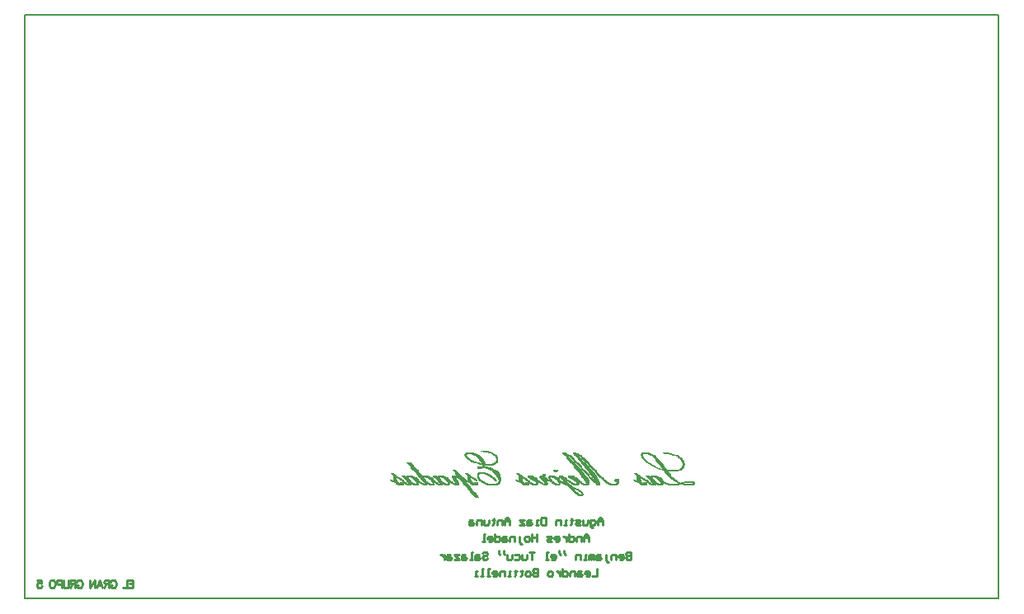
<source format=gbo>
G04 Layer_Color=32896*
%FSLAX44Y44*%
%MOMM*%
G71*
G01*
G75*
%ADD46C,0.1270*%
%ADD102C,0.0762*%
%ADD103C,0.2286*%
D46*
X0Y0D02*
X1000000D01*
Y600000D01*
X0D02*
X1000000D01*
X0Y0D02*
Y600000D01*
D102*
X467990Y151908D02*
X475610D01*
X470276Y151146D02*
X477896D01*
X654680Y150384D02*
X660776D01*
X633344D02*
X640964D01*
X562478D02*
X565526D01*
X551810D02*
X554858D01*
X475610D02*
X480182D01*
X452750D02*
X460370D01*
X656204Y149622D02*
X663824D01*
X633344D02*
X642488D01*
X562478D02*
X567812D01*
X551810D02*
X556382D01*
X478658D02*
X480944D01*
X451988D02*
X462656D01*
X661538Y148860D02*
X666110D01*
X640202D02*
X644012D01*
X632582D02*
X634106D01*
X563240D02*
X568574D01*
X552572D02*
X557906D01*
X480182D02*
X482468D01*
X458846D02*
X464180D01*
X451226D02*
X453512D01*
X664586Y148098D02*
X668396D01*
X641726D02*
X644774D01*
X632582D02*
X634106D01*
X564002D02*
X570098D01*
X553334D02*
X558668D01*
X480944D02*
X483230D01*
X460370D02*
X464942D01*
X451226D02*
X452750D01*
X666872Y147336D02*
X669920D01*
X642488D02*
X646298D01*
X632582D02*
X634106D01*
X564764D02*
X570860D01*
X557144D02*
X560192D01*
X554096D02*
X556382D01*
X481706D02*
X483992D01*
X461894D02*
X466466D01*
X451226D02*
X452750D01*
X668396Y146574D02*
X671444D01*
X644012D02*
X647060D01*
X633344D02*
X634106D01*
X568574D02*
X571622D01*
X565526D02*
X567812D01*
X557906D02*
X560954D01*
X554858D02*
X557144D01*
X482468D02*
X483992D01*
X462656D02*
X467228D01*
X451988D02*
X453512D01*
X669920Y145812D02*
X672206D01*
X644774D02*
X647822D01*
X633344D02*
X634868D01*
X570098D02*
X572384D01*
X566288D02*
X568574D01*
X559430D02*
X561716D01*
X555620D02*
X557906D01*
X483230D02*
X484754D01*
X463418D02*
X467990D01*
X451988D02*
X453512D01*
X670682Y145050D02*
X673730D01*
X645536D02*
X648584D01*
X633344D02*
X634868D01*
X570860D02*
X573908D01*
X567050D02*
X569336D01*
X560192D02*
X562478D01*
X555620D02*
X558668D01*
X483230D02*
X484754D01*
X464180D02*
X468752D01*
X452750D02*
X455036D01*
X672206Y144288D02*
X674492D01*
X646298D02*
X649346D01*
X634106D02*
X635630D01*
X571622D02*
X574670D01*
X567812D02*
X570098D01*
X560954D02*
X563240D01*
X556382D02*
X559430D01*
X483992D02*
X484754D01*
X465704D02*
X469514D01*
X453512D02*
X455798D01*
X672968Y143526D02*
X674492D01*
X647060D02*
X650108D01*
X634868D02*
X636392D01*
X572384D02*
X575432D01*
X567812D02*
X570860D01*
X561716D02*
X564002D01*
X557144D02*
X560192D01*
X483992D02*
X484754D01*
X466466D02*
X470276D01*
X454274D02*
X457322D01*
X673730Y142764D02*
X675254D01*
X647822D02*
X650870D01*
X635630D02*
X637154D01*
X573146D02*
X576194D01*
X568574D02*
X571622D01*
X562478D02*
X564764D01*
X557906D02*
X560954D01*
X483992D02*
X484754D01*
X466466D02*
X470276D01*
X455798D02*
X458846D01*
X673730Y142002D02*
X676016D01*
X647822D02*
X651632D01*
X636392D02*
X637916D01*
X573908D02*
X576956D01*
X569336D02*
X572384D01*
X563240D02*
X565526D01*
X558668D02*
X561716D01*
X483230D02*
X484754D01*
X467228D02*
X471038D01*
X456560D02*
X460370D01*
X674492Y141240D02*
X676016D01*
X648584D02*
X652394D01*
X637154D02*
X638678D01*
X574670D02*
X577718D01*
X570098D02*
X573146D01*
X564002D02*
X566288D01*
X559430D02*
X562478D01*
X483230D02*
X484754D01*
X467990D02*
X471038D01*
X458084D02*
X462656D01*
X674492Y140478D02*
X676016D01*
X649346D02*
X652394D01*
X637916D02*
X640202D01*
X575432D02*
X578480D01*
X570860D02*
X573908D01*
X564764D02*
X567050D01*
X559430D02*
X563240D01*
X482468D02*
X484754D01*
X468752D02*
X471038D01*
X460370D02*
X464180D01*
X391790D02*
X395600D01*
X675254Y139716D02*
X676016D01*
X650108D02*
X653156D01*
X638678D02*
X640964D01*
X576194D02*
X578480D01*
X571622D02*
X574670D01*
X565526D02*
X567812D01*
X560192D02*
X564002D01*
X481706D02*
X483992D01*
X468752D02*
X471800D01*
X461894D02*
X466466D01*
X391790D02*
X396362D01*
X675254Y138954D02*
X676778D01*
X650108D02*
X653918D01*
X640202D02*
X642488D01*
X576956D02*
X579242D01*
X571622D02*
X575432D01*
X566288D02*
X568574D01*
X560954D02*
X564764D01*
X480182D02*
X483230D01*
X464180D02*
X471800D01*
X392552D02*
X397124D01*
X675254Y138192D02*
X676778D01*
X650870D02*
X654680D01*
X641726D02*
X643250D01*
X577718D02*
X580004D01*
X572384D02*
X576194D01*
X567050D02*
X569336D01*
X561716D02*
X565526D01*
X466466D02*
X482468D01*
X393314D02*
X397886D01*
X675254Y137430D02*
X676778D01*
X651632D02*
X655442D01*
X642488D02*
X644774D01*
X578480D02*
X580766D01*
X573146D02*
X576956D01*
X567812D02*
X570098D01*
X562478D02*
X566288D01*
X469514D02*
X480944D01*
X394076D02*
X398648D01*
X674492Y136668D02*
X676016D01*
X652394D02*
X656204D01*
X644012D02*
X646298D01*
X579242D02*
X581528D01*
X573908D02*
X577718D01*
X568574D02*
X570860D01*
X563240D02*
X567050D01*
X469514D02*
X471038D01*
X394838D02*
X398648D01*
X674492Y135906D02*
X676016D01*
X652394D02*
X656204D01*
X645536D02*
X647822D01*
X580004D02*
X582290D01*
X574670D02*
X578480D01*
X569336D02*
X570860D01*
X563240D02*
X567812D01*
X464942D02*
X474848D01*
X395600D02*
X399410D01*
X673730Y135144D02*
X676016D01*
X653156D02*
X656966D01*
X647060D02*
X649346D01*
X580766D02*
X583052D01*
X574670D02*
X579242D01*
X570098D02*
X571622D01*
X564002D02*
X568574D01*
X464942D02*
X477896D01*
X396362D02*
X400172D01*
X672968Y134382D02*
X675254D01*
X653918D02*
X657728D01*
X649346D02*
X651632D01*
X581528D02*
X583814D01*
X575432D02*
X580004D01*
X570860D02*
X572384D01*
X564764D02*
X569336D01*
X473324D02*
X479420D01*
X464942D02*
X468752D01*
X396362D02*
X400934D01*
X672206Y133620D02*
X674492D01*
X650870D02*
X658490D01*
X582290D02*
X584576D01*
X576194D02*
X580766D01*
X570860D02*
X573146D01*
X565526D02*
X570098D01*
X475610D02*
X480944D01*
X397124D02*
X401696D01*
X670682Y132858D02*
X673730D01*
X653918D02*
X659252D01*
X583052D02*
X585338D01*
X576956D02*
X580766D01*
X571622D02*
X573908D01*
X566288D02*
X570098D01*
X543428D02*
X545714D01*
X477134D02*
X482468D01*
X439034D02*
X441320D01*
X397886D02*
X402458D01*
X666110Y132096D02*
X672968D01*
X655442D02*
X665348D01*
X583814D02*
X586100D01*
X577718D02*
X581528D01*
X572384D02*
X574670D01*
X566288D02*
X570860D01*
X542666D02*
X546476D01*
X477896D02*
X483230D01*
X439034D02*
X442082D01*
X398648D02*
X403220D01*
X656204Y131334D02*
X670682D01*
X584576D02*
X586862D01*
X577718D02*
X582290D01*
X573146D02*
X575432D01*
X567050D02*
X571622D01*
X542666D02*
X546476D01*
X479420D02*
X484754D01*
X439796D02*
X442844D01*
X399410D02*
X403220D01*
X656966Y130572D02*
X660014D01*
X584576D02*
X586862D01*
X578480D02*
X583052D01*
X573908D02*
X576194D01*
X567812D02*
X572384D01*
X543428D02*
X545714D01*
X480182D02*
X485516D01*
X440558D02*
X443606D01*
X400172D02*
X403982D01*
X656966Y129810D02*
X660776D01*
X585338D02*
X587624D01*
X579242D02*
X583814D01*
X574670D02*
X576956D01*
X568574D02*
X573146D01*
X480944D02*
X486278D01*
X465704D02*
X472562D01*
X441320D02*
X444368D01*
X400934D02*
X404744D01*
X657728Y129048D02*
X661538D01*
X625724D02*
X628010D01*
X586100D02*
X588386D01*
X580004D02*
X584576D01*
X575432D02*
X577718D01*
X569336D02*
X573908D01*
X504566D02*
X506852D01*
X481706D02*
X486278D01*
X464942D02*
X474848D01*
X451988D02*
X454274D01*
X442082D02*
X445130D01*
X401696D02*
X405506D01*
X375788D02*
X378074D01*
X658490Y128286D02*
X662300D01*
X626486D02*
X628772D01*
X586862D02*
X589148D01*
X580004D02*
X584576D01*
X576194D02*
X578480D01*
X569336D02*
X573908D01*
X531236D02*
X534284D01*
X505328D02*
X507614D01*
X482468D02*
X487040D01*
X472562D02*
X476372D01*
X464180D02*
X466466D01*
X452750D02*
X455036D01*
X442082D02*
X445892D01*
X401696D02*
X406268D01*
X376550D02*
X378836D01*
X659252Y127524D02*
X662300D01*
X627248D02*
X630296D01*
X587624D02*
X589910D01*
X580766D02*
X585338D01*
X576956D02*
X578480D01*
X570098D02*
X574670D01*
X531236D02*
X534284D01*
X506090D02*
X509138D01*
X483230D02*
X487802D01*
X474086D02*
X477896D01*
X464180D02*
X465704D01*
X453512D02*
X456560D01*
X442844D02*
X446654D01*
X402458D02*
X407030D01*
X377312D02*
X380360D01*
X660014Y126762D02*
X663062D01*
X642488D02*
X648584D01*
X637154D02*
X640964D01*
X628010D02*
X631058D01*
X588386D02*
X590672D01*
X581528D02*
X586100D01*
X577718D02*
X579242D01*
X570860D02*
X575432D01*
X557906D02*
X563240D01*
X548000D02*
X551810D01*
X538094D02*
X543428D01*
X528950D02*
X534284D01*
X515996D02*
X521330D01*
X506852D02*
X509900D01*
X483992D02*
X487802D01*
X475610D02*
X478658D01*
X464180D02*
X465704D01*
X454274D02*
X457322D01*
X443606D02*
X447416D01*
X438272D02*
X442844D01*
X423794D02*
X429890D01*
X418460D02*
X422270D01*
X408554D02*
X413888D01*
X403220D02*
X407792D01*
X391790D02*
X397886D01*
X386456D02*
X390266D01*
X378074D02*
X381122D01*
X660776Y126000D02*
X663824D01*
X642488D02*
X650108D01*
X637916D02*
X641726D01*
X628010D02*
X632582D01*
X589148D02*
X591434D01*
X582290D02*
X586100D01*
X578480D02*
X580004D01*
X571622D02*
X576194D01*
X557906D02*
X564002D01*
X548000D02*
X552572D01*
X537332D02*
X544952D01*
X528188D02*
X533522D01*
X515996D02*
X522092D01*
X506852D02*
X511424D01*
X483992D02*
X487802D01*
X477134D02*
X479420D01*
X464180D02*
X465704D01*
X454274D02*
X458846D01*
X438272D02*
X448178D01*
X423794D02*
X431414D01*
X419222D02*
X423032D01*
X403982D02*
X415412D01*
X391790D02*
X399410D01*
X387218D02*
X391028D01*
X378074D02*
X382646D01*
X661538Y125238D02*
X664586D01*
X646298D02*
X650870D01*
X638678D02*
X644012D01*
X628010D02*
X633344D01*
X589910D02*
X592196D01*
X582290D02*
X586862D01*
X578480D02*
X580766D01*
X571622D02*
X576194D01*
X560954D02*
X565526D01*
X557906D02*
X560192D01*
X548762D02*
X553334D01*
X541142D02*
X546476D01*
X537332D02*
X538856D01*
X528188D02*
X534284D01*
X519044D02*
X523616D01*
X515996D02*
X518282D01*
X506852D02*
X512186D01*
X484754D02*
X488564D01*
X477896D02*
X480944D01*
X464180D02*
X465704D01*
X454274D02*
X459608D01*
X442082D02*
X448940D01*
X438272D02*
X441320D01*
X427604D02*
X432176D01*
X419984D02*
X425318D01*
X411602D02*
X416936D01*
X404744D02*
X409316D01*
X395600D02*
X400172D01*
X387980D02*
X393314D01*
X378074D02*
X383408D01*
X662300Y124476D02*
X665348D01*
X647822D02*
X652394D01*
X639440D02*
X644012D01*
X631820D02*
X634106D01*
X628010D02*
X630296D01*
X590672D02*
X592958D01*
X583052D02*
X587624D01*
X579242D02*
X581528D01*
X572384D02*
X576956D01*
X561716D02*
X566288D01*
X558668D02*
X560954D01*
X549524D02*
X554858D01*
X542666D02*
X547238D01*
X537332D02*
X538856D01*
X528950D02*
X535046D01*
X519806D02*
X524378D01*
X516758D02*
X519044D01*
X510662D02*
X512948D01*
X506852D02*
X509138D01*
X485516D02*
X488564D01*
X478658D02*
X481706D01*
X464942D02*
X466466D01*
X458084D02*
X460370D01*
X454274D02*
X456560D01*
X443606D02*
X450464D01*
X438272D02*
X442082D01*
X429128D02*
X433700D01*
X420746D02*
X425318D01*
X413126D02*
X417698D01*
X405506D02*
X409316D01*
X397124D02*
X401696D01*
X388742D02*
X393314D01*
X381884D02*
X384170D01*
X378074D02*
X380360D01*
X663062Y123714D02*
X666110D01*
X648584D02*
X653156D01*
X640202D02*
X644012D01*
X632582D02*
X635630D01*
X628010D02*
X631058D01*
X591434D02*
X593720D01*
X583814D02*
X587624D01*
X580004D02*
X582290D01*
X573146D02*
X577718D01*
X559430D02*
X567050D01*
X550286D02*
X555620D01*
X543428D02*
X548000D01*
X537332D02*
X538856D01*
X528950D02*
X535808D01*
X517520D02*
X525140D01*
X511424D02*
X514472D01*
X506852D02*
X509900D01*
X485516D02*
X488564D01*
X480182D02*
X482468D01*
X464942D02*
X466466D01*
X458846D02*
X461894D01*
X454274D02*
X457322D01*
X444368D02*
X451226D01*
X439034D02*
X442844D01*
X429890D02*
X434462D01*
X421508D02*
X425318D01*
X413888D02*
X418460D01*
X406268D02*
X409316D01*
X397886D02*
X402458D01*
X389504D02*
X393314D01*
X382646D02*
X385694D01*
X378074D02*
X381122D01*
X663824Y122952D02*
X666872D01*
X649346D02*
X653918D01*
X640964D02*
X644774D01*
X634106D02*
X636392D01*
X628010D02*
X631058D01*
X605912D02*
X608960D01*
X592196D02*
X594482D01*
X583814D02*
X588386D01*
X580766D02*
X583052D01*
X573908D02*
X577718D01*
X560954D02*
X567812D01*
X551048D02*
X556382D01*
X544190D02*
X548762D01*
X538094D02*
X539618D01*
X529712D02*
X536570D01*
X519044D02*
X525902D01*
X512948D02*
X515234D01*
X506852D02*
X509900D01*
X485516D02*
X488564D01*
X480944D02*
X483230D01*
X465704D02*
X467228D01*
X460370D02*
X462656D01*
X454274D02*
X457322D01*
X445892D02*
X451988D01*
X439034D02*
X442844D01*
X430652D02*
X435224D01*
X422270D02*
X426080D01*
X414650D02*
X419222D01*
X406268D02*
X410078D01*
X398648D02*
X403220D01*
X390266D02*
X394076D01*
X384170D02*
X386456D01*
X378074D02*
X381122D01*
X665348Y122190D02*
X668396D01*
X650108D02*
X653918D01*
X641726D02*
X645536D01*
X634868D02*
X638678D01*
X628010D02*
X631820D01*
X624962D02*
X626486D01*
X605150D02*
X609722D01*
X592958D02*
X596006D01*
X584576D02*
X588386D01*
X581528D02*
X583814D01*
X573908D02*
X578480D01*
X562478D02*
X568574D01*
X551810D02*
X557906D01*
X545714D02*
X548762D01*
X530474D02*
X540380D01*
X520568D02*
X526664D01*
X513710D02*
X515996D01*
X506852D02*
X510662D01*
X503804D02*
X505328D01*
X486278D02*
X488564D01*
X481706D02*
X483230D01*
X465704D02*
X467990D01*
X461132D02*
X463418D01*
X454274D02*
X458084D01*
X446654D02*
X452750D01*
X439796D02*
X443606D01*
X431414D02*
X435986D01*
X423032D02*
X426842D01*
X416174D02*
X419984D01*
X407030D02*
X410840D01*
X399410D02*
X403220D01*
X391028D02*
X394838D01*
X384932D02*
X387980D01*
X378074D02*
X381884D01*
X375026D02*
X376550D01*
X666110Y121428D02*
X669158D01*
X650870D02*
X654680D01*
X642488D02*
X646298D01*
X636392D02*
X639440D01*
X625724D02*
X631820D01*
X605150D02*
X609722D01*
X593720D02*
X596768D01*
X585338D02*
X589148D01*
X582290D02*
X584576D01*
X574670D02*
X578480D01*
X564002D02*
X569336D01*
X552572D02*
X559430D01*
X546476D02*
X550286D01*
X535808D02*
X541142D01*
X531236D02*
X535046D01*
X522092D02*
X528188D01*
X514472D02*
X517520D01*
X504566D02*
X510662D01*
X486278D02*
X488564D01*
X482468D02*
X483992D01*
X466466D02*
X469514D01*
X462656D02*
X463418D01*
X447416D02*
X458084D01*
X439796D02*
X444368D01*
X432176D02*
X436748D01*
X423794D02*
X427604D01*
X416936D02*
X420746D01*
X407792D02*
X411602D01*
X400172D02*
X404744D01*
X391790D02*
X395600D01*
X386456D02*
X388742D01*
X375788D02*
X381884D01*
X676778Y120666D02*
X686684D01*
X667634D02*
X670682D01*
X651632D02*
X656204D01*
X642488D02*
X647060D01*
X637916D02*
X640202D01*
X626486D02*
X632582D01*
X605912D02*
X609722D01*
X595244D02*
X597530D01*
X583052D02*
X589148D01*
X575432D02*
X578480D01*
X565526D02*
X570860D01*
X557906D02*
X560192D01*
X552572D02*
X556382D01*
X546476D02*
X551810D01*
X538856D02*
X542666D01*
X531998D02*
X535808D01*
X523616D02*
X528950D01*
X515996D02*
X518282D01*
X505328D02*
X511424D01*
X485516D02*
X487802D01*
X467990D02*
X471038D01*
X452750D02*
X458846D01*
X448178D02*
X451988D01*
X440558D02*
X444368D01*
X432938D02*
X438272D01*
X423794D02*
X428366D01*
X416936D02*
X421508D01*
X408554D02*
X413126D01*
X400934D02*
X405506D01*
X391790D02*
X396362D01*
X387218D02*
X389504D01*
X376550D02*
X382646D01*
X683636Y119904D02*
X687446D01*
X673730D02*
X682874D01*
X669158D02*
X672206D01*
X652394D02*
X657728D01*
X643250D02*
X648584D01*
X638678D02*
X641726D01*
X634868D02*
X637916D01*
X628772D02*
X633344D01*
X607436D02*
X609722D01*
X596006D02*
X599054D01*
X583814D02*
X589910D01*
X575432D02*
X578480D01*
X566288D02*
X571622D01*
X558668D02*
X561716D01*
X553334D02*
X557144D01*
X550286D02*
X552572D01*
X547238D02*
X549524D01*
X540380D02*
X543428D01*
X532760D02*
X535808D01*
X527426D02*
X530474D01*
X524378D02*
X526664D01*
X513710D02*
X519806D01*
X507614D02*
X512186D01*
X485516D02*
X487802D01*
X468752D02*
X472562D01*
X461132D02*
X464180D01*
X455036D02*
X459608D01*
X448940D02*
X452750D01*
X441320D02*
X445130D01*
X433700D02*
X439034D01*
X424556D02*
X429890D01*
X417698D02*
X423032D01*
X409316D02*
X413888D01*
X401696D02*
X407030D01*
X392552D02*
X397886D01*
X384932D02*
X391028D01*
X378836D02*
X383408D01*
X685922Y119142D02*
X687446D01*
X670682D02*
X676016D01*
X656204D02*
X660014D01*
X652394D02*
X654680D01*
X644012D02*
X650108D01*
X640202D02*
X642488D01*
X634868D02*
X637916D01*
X630296D02*
X634106D01*
X606674D02*
X608960D01*
X596768D02*
X600578D01*
X585338D02*
X589910D01*
X576194D02*
X578480D01*
X570098D02*
X573146D01*
X566288D02*
X568574D01*
X560192D02*
X563240D01*
X551048D02*
X557906D01*
X548000D02*
X549524D01*
X541142D02*
X544952D01*
X533522D02*
X536570D01*
X528950D02*
X531236D01*
X524378D02*
X526664D01*
X518282D02*
X521330D01*
X513710D02*
X516758D01*
X509138D02*
X512948D01*
X483992D02*
X487040D01*
X470276D02*
X474848D01*
X461132D02*
X464180D01*
X456560D02*
X460370D01*
X449702D02*
X453512D01*
X442082D02*
X445130D01*
X437510D02*
X440558D01*
X433700D02*
X435986D01*
X425318D02*
X431414D01*
X421508D02*
X423794D01*
X418460D02*
X419984D01*
X410078D02*
X415412D01*
X405506D02*
X408554D01*
X401696D02*
X403982D01*
X393314D02*
X399410D01*
X389504D02*
X391790D01*
X384932D02*
X387980D01*
X380360D02*
X384170D01*
X657728Y118380D02*
X687446D01*
X647822D02*
X654680D01*
X640964D02*
X647060D01*
X631058D02*
X637916D01*
X598292D02*
X608198D01*
X586100D02*
X589910D01*
X571622D02*
X578480D01*
X560954D02*
X568574D01*
X552572D02*
X558668D01*
X542666D02*
X549524D01*
X530474D02*
X536570D01*
X519044D02*
X526664D01*
X509900D02*
X516758D01*
X471800D02*
X486278D01*
X457322D02*
X464180D01*
X450464D02*
X454274D01*
X439034D02*
X445130D01*
X429128D02*
X435986D01*
X422270D02*
X428366D01*
X413126D02*
X419984D01*
X407030D02*
X412364D01*
X397124D02*
X403982D01*
X390266D02*
X396362D01*
X381122D02*
X387980D01*
X676016Y117618D02*
X686684D01*
X660014D02*
X671444D01*
X649346D02*
X653918D01*
X642488D02*
X647060D01*
X632582D02*
X637916D01*
X599816D02*
X607436D01*
X586862D02*
X589910D01*
X573146D02*
X577718D01*
X562478D02*
X567812D01*
X554096D02*
X559430D01*
X544190D02*
X548762D01*
X531998D02*
X535808D01*
X520568D02*
X525902D01*
X511424D02*
X516758D01*
X474086D02*
X484754D01*
X458846D02*
X464180D01*
X450464D02*
X455036D01*
X440558D02*
X445130D01*
X430652D02*
X435224D01*
X423794D02*
X428366D01*
X414650D02*
X419984D01*
X408554D02*
X412364D01*
X398648D02*
X403220D01*
X391790D02*
X396362D01*
X382646D02*
X387980D01*
X555620Y116856D02*
X560192D01*
X451226D02*
X455036D01*
X557144Y116094D02*
X560954D01*
X451988D02*
X455798D01*
X557906Y115332D02*
X561716D01*
X452750D02*
X456560D01*
X558668Y114570D02*
X564002D01*
X453512D02*
X457322D01*
X559430Y113808D02*
X565526D01*
X454274D02*
X458084D01*
X564764Y113046D02*
X567812D01*
X560192D02*
X563240D01*
X454274D02*
X458846D01*
X566288Y112284D02*
X568574D01*
X560954D02*
X564002D01*
X455036D02*
X458846D01*
X567812Y111522D02*
X570098D01*
X561716D02*
X564764D01*
X455798D02*
X459608D01*
X568574Y110760D02*
X570860D01*
X562478D02*
X565526D01*
X456560D02*
X460370D01*
X570098Y109998D02*
X571622D01*
X563240D02*
X566288D01*
X457322D02*
X461132D01*
X570860Y109236D02*
X572384D01*
X564002D02*
X567050D01*
X458084D02*
X461894D01*
X570860Y108474D02*
X572384D01*
X564764D02*
X567812D01*
X458084D02*
X462656D01*
X571622Y107712D02*
X573146D01*
X565526D02*
X568574D01*
X458846D02*
X462656D01*
X567050Y106950D02*
X573146D01*
X459608D02*
X463418D01*
X567812Y106188D02*
X572384D01*
X460370D02*
X464180D01*
X461132Y105426D02*
X464942D01*
X461894Y104664D02*
X465704D01*
D103*
X593068Y76033D02*
Y81111D01*
X590529Y83650D01*
X587990Y81111D01*
Y76033D01*
Y79841D01*
X593068D01*
X582911Y73493D02*
X581642D01*
X580372Y74763D01*
Y81111D01*
X584181D01*
X585450Y79841D01*
Y77302D01*
X584181Y76033D01*
X580372D01*
X577833Y81111D02*
Y77302D01*
X576563Y76033D01*
X572754D01*
Y81111D01*
X570215Y76033D02*
X566406D01*
X565137Y77302D01*
X566406Y78572D01*
X568946D01*
X570215Y79841D01*
X568946Y81111D01*
X565137D01*
X561328Y82381D02*
Y81111D01*
X562598D01*
X560059D01*
X561328D01*
Y77302D01*
X560059Y76033D01*
X556250D02*
X553711D01*
X554980D01*
Y81111D01*
X556250D01*
X549902Y76033D02*
Y81111D01*
X546093D01*
X544823Y79841D01*
Y76033D01*
X534667Y83650D02*
Y76033D01*
X530858D01*
X529588Y77302D01*
Y82381D01*
X530858Y83650D01*
X534667D01*
X527049Y76033D02*
X524510D01*
X525780D01*
Y81111D01*
X527049D01*
X519432D02*
X516892D01*
X515623Y79841D01*
Y76033D01*
X519432D01*
X520701Y77302D01*
X519432Y78572D01*
X515623D01*
X513084Y81111D02*
X508005D01*
X513084Y76033D01*
X508005D01*
X497849D02*
Y81111D01*
X495309Y83650D01*
X492770Y81111D01*
Y76033D01*
Y79841D01*
X497849D01*
X490231Y76033D02*
Y81111D01*
X486422D01*
X485153Y79841D01*
Y76033D01*
X481344Y82381D02*
Y81111D01*
X482613D01*
X480074D01*
X481344D01*
Y77302D01*
X480074Y76033D01*
X476266Y81111D02*
Y77302D01*
X474996Y76033D01*
X471187D01*
Y81111D01*
X468648Y76033D02*
Y81111D01*
X464839D01*
X463570Y79841D01*
Y76033D01*
X459761Y81111D02*
X457222D01*
X455952Y79841D01*
Y76033D01*
X459761D01*
X461031Y77302D01*
X459761Y78572D01*
X455952D01*
X579102Y58866D02*
Y63944D01*
X576563Y66483D01*
X574024Y63944D01*
Y58866D01*
Y62675D01*
X579102D01*
X571485Y58866D02*
Y63944D01*
X567676D01*
X566407Y62675D01*
Y58866D01*
X558789Y66483D02*
Y58866D01*
X562598D01*
X563867Y60135D01*
Y62675D01*
X562598Y63944D01*
X558789D01*
X556250D02*
Y58866D01*
Y61405D01*
X554980Y62675D01*
X553711Y63944D01*
X552441D01*
X544823Y58866D02*
X547363D01*
X548632Y60135D01*
Y62675D01*
X547363Y63944D01*
X544823D01*
X543554Y62675D01*
Y61405D01*
X548632D01*
X541015Y58866D02*
X537206D01*
X535936Y60135D01*
X537206Y61405D01*
X539745D01*
X541015Y62675D01*
X539745Y63944D01*
X535936D01*
X525780Y66483D02*
Y58866D01*
Y62675D01*
X520701D01*
Y66483D01*
Y58866D01*
X516893D02*
X514353D01*
X513084Y60135D01*
Y62675D01*
X514353Y63944D01*
X516893D01*
X518162Y62675D01*
Y60135D01*
X516893Y58866D01*
X510545Y56327D02*
X509275D01*
X508005Y57596D01*
Y63944D01*
X502927Y58866D02*
Y63944D01*
X499118D01*
X497849Y62675D01*
Y58866D01*
X494040Y63944D02*
X491501D01*
X490231Y62675D01*
Y58866D01*
X494040D01*
X495309Y60135D01*
X494040Y61405D01*
X490231D01*
X482614Y66483D02*
Y58866D01*
X486422D01*
X487692Y60135D01*
Y62675D01*
X486422Y63944D01*
X482614D01*
X476266Y58866D02*
X478805D01*
X480074Y60135D01*
Y62675D01*
X478805Y63944D01*
X476266D01*
X474996Y62675D01*
Y61405D01*
X480074D01*
X472457Y58866D02*
X469918D01*
X471187D01*
Y66483D01*
X472457D01*
X622268Y48047D02*
Y40430D01*
X618460D01*
X617190Y41699D01*
Y42969D01*
X618460Y44239D01*
X622268D01*
X618460D01*
X617190Y45508D01*
Y46778D01*
X618460Y48047D01*
X622268D01*
X610842Y40430D02*
X613381D01*
X614651Y41699D01*
Y44239D01*
X613381Y45508D01*
X610842D01*
X609572Y44239D01*
Y42969D01*
X614651D01*
X607033Y40430D02*
Y45508D01*
X603224D01*
X601955Y44239D01*
Y40430D01*
X599416Y37891D02*
X598146D01*
X596877Y39160D01*
Y45508D01*
X590529D02*
X587989D01*
X586720Y44239D01*
Y40430D01*
X590529D01*
X591798Y41699D01*
X590529Y42969D01*
X586720D01*
X584181Y40430D02*
Y45508D01*
X582911D01*
X581642Y44239D01*
Y40430D01*
Y44239D01*
X580372Y45508D01*
X579102Y44239D01*
Y40430D01*
X576563D02*
X574024D01*
X575294D01*
Y45508D01*
X576563D01*
X570215Y40430D02*
Y45508D01*
X566406D01*
X565137Y44239D01*
Y40430D01*
X553711Y49317D02*
Y46778D01*
X554980Y45508D01*
X548632Y49317D02*
Y46778D01*
X549902Y45508D01*
X541015Y40430D02*
X543554D01*
X544823Y41699D01*
Y44239D01*
X543554Y45508D01*
X541015D01*
X539745Y44239D01*
Y42969D01*
X544823D01*
X537206Y40430D02*
X534667D01*
X535936D01*
Y48047D01*
X537206D01*
X523240D02*
X518162D01*
X520701D01*
Y40430D01*
X515623Y45508D02*
Y41699D01*
X514353Y40430D01*
X510545D01*
Y45508D01*
X502927D02*
X506736D01*
X508005Y44239D01*
Y41699D01*
X506736Y40430D01*
X502927D01*
X500388Y45508D02*
Y41699D01*
X499118Y40430D01*
X495309D01*
Y45508D01*
X491501Y49317D02*
Y46778D01*
X492770Y45508D01*
X486422Y49317D02*
Y46778D01*
X487692Y45508D01*
X469918Y46778D02*
X471187Y48047D01*
X473726D01*
X474996Y46778D01*
Y45508D01*
X473726Y44239D01*
X471187D01*
X469918Y42969D01*
Y41699D01*
X471187Y40430D01*
X473726D01*
X474996Y41699D01*
X466109Y45508D02*
X463570D01*
X462300Y44239D01*
Y40430D01*
X466109D01*
X467379Y41699D01*
X466109Y42969D01*
X462300D01*
X459761Y40430D02*
X457222D01*
X458491D01*
Y48047D01*
X459761D01*
X452143Y45508D02*
X449604D01*
X448335Y44239D01*
Y40430D01*
X452143D01*
X453413Y41699D01*
X452143Y42969D01*
X448335D01*
X445796Y45508D02*
X440717D01*
X445796Y40430D01*
X440717D01*
X436908Y45508D02*
X434369D01*
X433100Y44239D01*
Y40430D01*
X436908D01*
X438178Y41699D01*
X436908Y42969D01*
X433100D01*
X430560Y45508D02*
Y40430D01*
Y42969D01*
X429291Y44239D01*
X428021Y45508D01*
X426752D01*
X587355Y30881D02*
Y23263D01*
X582276D01*
X575928D02*
X578467D01*
X579737Y24533D01*
Y27072D01*
X578467Y28341D01*
X575928D01*
X574659Y27072D01*
Y25802D01*
X579737D01*
X570850Y28341D02*
X568311D01*
X567041Y27072D01*
Y23263D01*
X570850D01*
X572120Y24533D01*
X570850Y25802D01*
X567041D01*
X564502Y23263D02*
Y28341D01*
X560693D01*
X559424Y27072D01*
Y23263D01*
X551806Y30881D02*
Y23263D01*
X555615D01*
X556884Y24533D01*
Y27072D01*
X555615Y28341D01*
X551806D01*
X549267D02*
Y23263D01*
Y25802D01*
X547997Y27072D01*
X546728Y28341D01*
X545458D01*
X540380Y23263D02*
X537841D01*
X536571Y24533D01*
Y27072D01*
X537841Y28341D01*
X540380D01*
X541649Y27072D01*
Y24533D01*
X540380Y23263D01*
X526414Y30881D02*
Y23263D01*
X522606D01*
X521336Y24533D01*
Y25802D01*
X522606Y27072D01*
X526414D01*
X522606D01*
X521336Y28341D01*
Y29611D01*
X522606Y30881D01*
X526414D01*
X517527Y23263D02*
X514988D01*
X513718Y24533D01*
Y27072D01*
X514988Y28341D01*
X517527D01*
X518797Y27072D01*
Y24533D01*
X517527Y23263D01*
X509910Y29611D02*
Y28341D01*
X511179D01*
X508640D01*
X509910D01*
Y24533D01*
X508640Y23263D01*
X503562Y29611D02*
Y28341D01*
X504831D01*
X502292D01*
X503562D01*
Y24533D01*
X502292Y23263D01*
X498483D02*
X495944D01*
X497214D01*
Y28341D01*
X498483D01*
X492136Y23263D02*
Y28341D01*
X488327D01*
X487057Y27072D01*
Y23263D01*
X480709D02*
X483248D01*
X484518Y24533D01*
Y27072D01*
X483248Y28341D01*
X480709D01*
X479440Y27072D01*
Y25802D01*
X484518D01*
X476900Y23263D02*
X474361D01*
X475631D01*
Y30881D01*
X476900D01*
X470552Y23263D02*
X468013D01*
X469283D01*
Y30881D01*
X470552D01*
X464204Y23263D02*
X461665D01*
X462935D01*
Y28341D01*
X464204D01*
X105774Y19048D02*
X110490D01*
Y11430D01*
X105774D01*
X110490Y15421D02*
X107588D01*
X104504Y19048D02*
Y11430D01*
X100151D01*
X87889Y17234D02*
X88252Y17960D01*
X88977Y18686D01*
X89703Y19048D01*
X91154D01*
X91879Y18686D01*
X92605Y17960D01*
X92968Y17234D01*
X93330Y16146D01*
Y14332D01*
X92968Y13244D01*
X92605Y12518D01*
X91879Y11793D01*
X91154Y11430D01*
X89703D01*
X88977Y11793D01*
X88252Y12518D01*
X87889Y13244D01*
Y14332D01*
X89703D02*
X87889D01*
X86147Y19048D02*
Y11430D01*
Y19048D02*
X82882D01*
X81794Y18686D01*
X81431Y18323D01*
X81069Y17597D01*
Y16872D01*
X81431Y16146D01*
X81794Y15783D01*
X82882Y15421D01*
X86147D01*
X83608D02*
X81069Y11430D01*
X73559D02*
X76461Y19048D01*
X79363Y11430D01*
X78275Y13970D02*
X74647D01*
X71781Y19048D02*
Y11430D01*
Y19048D02*
X66702Y11430D01*
Y19048D02*
Y11430D01*
X53171Y17234D02*
X53534Y17960D01*
X54259Y18686D01*
X54985Y19048D01*
X56436D01*
X57161Y18686D01*
X57887Y17960D01*
X58250Y17234D01*
X58612Y16146D01*
Y14332D01*
X58250Y13244D01*
X57887Y12518D01*
X57161Y11793D01*
X56436Y11430D01*
X54985D01*
X54259Y11793D01*
X53534Y12518D01*
X53171Y13244D01*
Y14332D01*
X54985D02*
X53171D01*
X51430Y19048D02*
Y11430D01*
Y19048D02*
X48164D01*
X47076Y18686D01*
X46713Y18323D01*
X46351Y17597D01*
Y16872D01*
X46713Y16146D01*
X47076Y15783D01*
X48164Y15421D01*
X51430D01*
X48890D02*
X46351Y11430D01*
X44646Y19048D02*
Y13607D01*
X44283Y12518D01*
X43557Y11793D01*
X42469Y11430D01*
X41743D01*
X40655Y11793D01*
X39929Y12518D01*
X39567Y13607D01*
Y19048D01*
X37462Y15058D02*
X34197D01*
X33109Y15421D01*
X32746Y15783D01*
X32383Y16509D01*
Y17597D01*
X32746Y18323D01*
X33109Y18686D01*
X34197Y19048D01*
X37462D01*
Y11430D01*
X28502Y19048D02*
X29227Y18686D01*
X29953Y17960D01*
X30316Y17234D01*
X30679Y16146D01*
Y14332D01*
X30316Y13244D01*
X29953Y12518D01*
X29227Y11793D01*
X28502Y11430D01*
X27051D01*
X26325Y11793D01*
X25600Y12518D01*
X25237Y13244D01*
X24874Y14332D01*
Y16146D01*
X25237Y17234D01*
X25600Y17960D01*
X26325Y18686D01*
X27051Y19048D01*
X28502D01*
X12757D02*
X16385D01*
X16748Y15783D01*
X16385Y16146D01*
X15297Y16509D01*
X14208D01*
X13120Y16146D01*
X12394Y15421D01*
X12032Y14332D01*
Y13607D01*
X12394Y12518D01*
X13120Y11793D01*
X14208Y11430D01*
X15297D01*
X16385Y11793D01*
X16748Y12156D01*
X17111Y12881D01*
M02*

</source>
